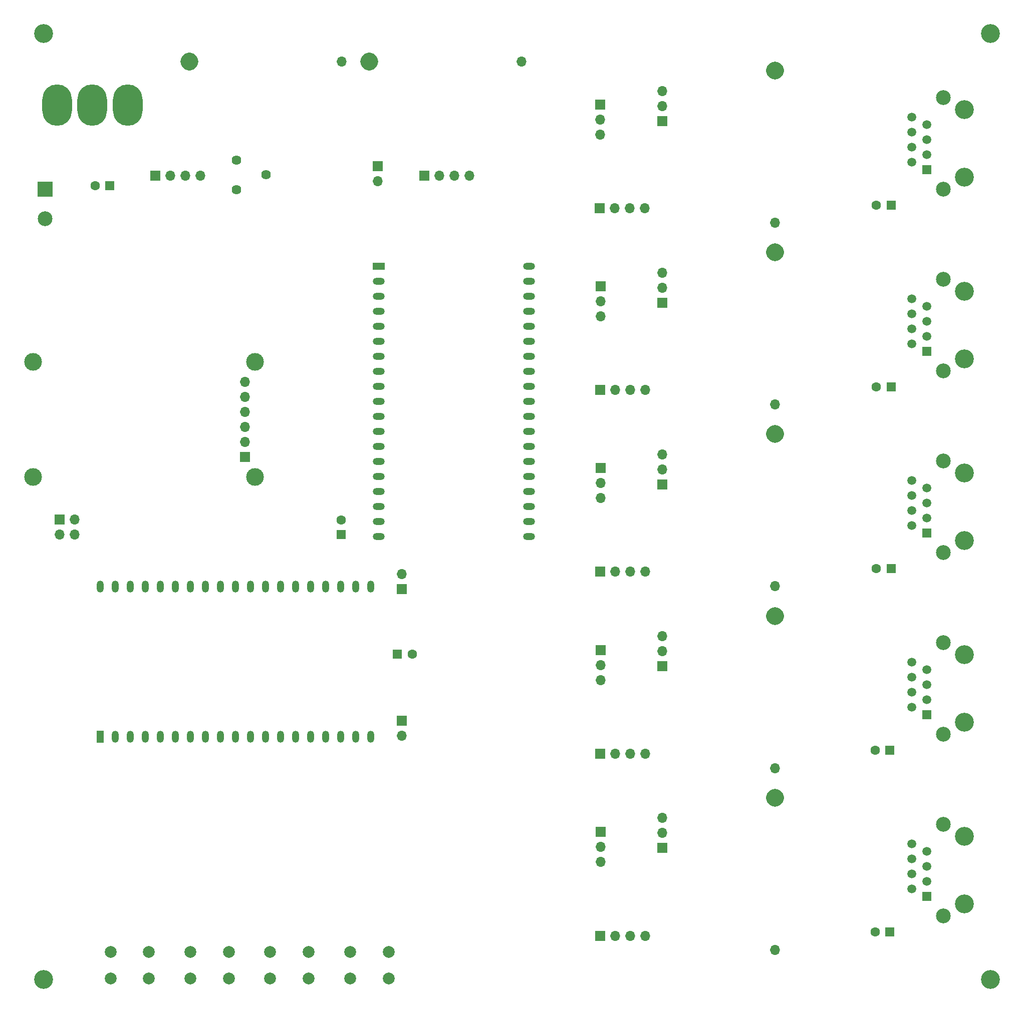
<source format=gbs>
G04 #@! TF.GenerationSoftware,KiCad,Pcbnew,7.0.7*
G04 #@! TF.CreationDate,2024-01-31T17:57:02+01:00*
G04 #@! TF.ProjectId,AudioController,41756469-6f43-46f6-9e74-726f6c6c6572,V1.0*
G04 #@! TF.SameCoordinates,Original*
G04 #@! TF.FileFunction,Soldermask,Bot*
G04 #@! TF.FilePolarity,Negative*
%FSLAX46Y46*%
G04 Gerber Fmt 4.6, Leading zero omitted, Abs format (unit mm)*
G04 Created by KiCad (PCBNEW 7.0.7) date 2024-01-31 17:57:02*
%MOMM*%
%LPD*%
G01*
G04 APERTURE LIST*
G04 Aperture macros list*
%AMFreePoly0*
4,1,39,0.368228,1.454100,0.602543,1.373660,0.820422,1.255750,1.015922,1.103586,1.183711,0.921319,1.319211,0.713921,1.418726,0.487049,1.479542,0.246892,1.500000,0.000000,1.479542,-0.246892,1.418726,-0.487049,1.319211,-0.713921,1.183711,-0.921319,1.015922,-1.103586,0.820422,-1.255750,0.602543,-1.373660,0.368228,-1.454100,0.123869,-1.494877,-0.123869,-1.494877,-0.368228,-1.454100,
-0.602543,-1.373660,-0.820422,-1.255750,-1.015922,-1.103586,-1.183711,-0.921319,-1.319211,-0.713921,-1.418726,-0.487049,-1.479542,-0.246892,-1.500000,0.000000,-1.479542,0.246892,-1.418726,0.487049,-1.319211,0.713921,-1.183711,0.921319,-1.015922,1.103586,-0.820422,1.255750,-0.602543,1.373660,-0.368228,1.454100,-0.123869,1.494877,0.123869,1.494877,0.368228,1.454100,0.368228,1.454100,
$1*%
G04 Aperture macros list end*
%ADD10R,1.700000X1.700000*%
%ADD11O,1.700000X1.700000*%
%ADD12C,3.200000*%
%ADD13R,1.500000X1.500000*%
%ADD14C,1.500000*%
%ADD15C,2.500000*%
%ADD16FreePoly0,270.000000*%
%ADD17R,1.600000X1.600000*%
%ADD18C,1.600000*%
%ADD19FreePoly0,180.000000*%
%ADD20R,2.500000X2.500000*%
%ADD21C,2.000000*%
%ADD22R,2.000000X1.200000*%
%ADD23O,2.000000X1.200000*%
%ADD24R,1.200000X2.000000*%
%ADD25O,1.200000X2.000000*%
%ADD26C,3.000000*%
%ADD27O,5.000000X7.000000*%
%ADD28C,1.620000*%
G04 APERTURE END LIST*
D10*
X191500000Y-80460000D03*
D11*
X191500000Y-83000000D03*
D12*
X290625000Y-82285000D03*
X290625000Y-70855000D03*
D13*
X284275000Y-81015000D03*
D14*
X281735000Y-79745000D03*
X284275000Y-78475000D03*
X281735000Y-77205000D03*
X284275000Y-75935000D03*
X281735000Y-74665000D03*
X284275000Y-73395000D03*
X281735000Y-72125000D03*
D15*
X287069000Y-84317000D03*
X287069000Y-68823000D03*
D11*
X215784000Y-62750000D03*
D16*
X190034000Y-62750000D03*
D17*
X278250000Y-87000000D03*
D18*
X275750000Y-87000000D03*
D17*
X146205113Y-83750000D03*
D18*
X143705113Y-83750000D03*
D10*
X229005000Y-87535000D03*
D11*
X231545000Y-87535000D03*
X234085000Y-87535000D03*
X236625000Y-87535000D03*
D10*
X137710000Y-140210000D03*
D11*
X140250000Y-140210000D03*
X137710000Y-142750000D03*
X140250000Y-142750000D03*
X258625000Y-120733000D03*
D19*
X258625000Y-94983000D03*
D20*
X135250000Y-84285000D03*
D15*
X135250000Y-89285000D03*
D21*
X173300000Y-213350000D03*
X179800000Y-213350000D03*
X173300000Y-217850000D03*
X179800000Y-217850000D03*
D10*
X229085000Y-149035000D03*
D11*
X231625000Y-149035000D03*
X234165000Y-149035000D03*
X236705000Y-149035000D03*
D10*
X195500000Y-174225000D03*
D11*
X195500000Y-176765000D03*
X258625000Y-213031000D03*
D19*
X258625000Y-187281000D03*
D11*
X258625000Y-182271000D03*
D19*
X258625000Y-156521000D03*
D22*
X191600000Y-97395000D03*
D23*
X191600000Y-99935000D03*
X191600000Y-102475000D03*
X191600000Y-105015000D03*
X191600000Y-107555000D03*
X191600000Y-110095000D03*
X191600000Y-112635000D03*
X191600000Y-115175000D03*
X191600000Y-117715000D03*
X191600000Y-120255000D03*
X191600000Y-122795000D03*
X191600000Y-125335000D03*
X191600000Y-127875000D03*
X191600000Y-130415000D03*
X191600000Y-132955000D03*
X191600000Y-135495000D03*
X191600000Y-138035000D03*
X191600000Y-140575000D03*
X191600000Y-143115000D03*
X216996320Y-143112280D03*
X216996320Y-140572280D03*
X217000000Y-138035000D03*
X217000000Y-135495000D03*
X217000000Y-132955000D03*
X217000000Y-130415000D03*
X217000000Y-127875000D03*
X217000000Y-125335000D03*
X217000000Y-122795000D03*
X217000000Y-120255000D03*
X217000000Y-117715000D03*
X217000000Y-115175000D03*
X217000000Y-112635000D03*
X217000000Y-110095000D03*
X217000000Y-107555000D03*
X217000000Y-105015000D03*
X217000000Y-102475000D03*
X217000000Y-99935000D03*
X217000000Y-97395000D03*
D10*
X239569000Y-72782000D03*
D11*
X239569000Y-70242000D03*
X239569000Y-67702000D03*
D12*
X290625000Y-113035000D03*
X290625000Y-101605000D03*
D13*
X284275000Y-111765000D03*
D14*
X281735000Y-110495000D03*
X284275000Y-109225000D03*
X281735000Y-107955000D03*
X284275000Y-106685000D03*
X281735000Y-105415000D03*
X284275000Y-104145000D03*
X281735000Y-102875000D03*
D15*
X287069000Y-115067000D03*
X287069000Y-99573000D03*
D10*
X229125000Y-100705000D03*
D11*
X229125000Y-103245000D03*
X229125000Y-105785000D03*
D12*
X290625000Y-174465000D03*
X290625000Y-163035000D03*
D13*
X284275000Y-173195000D03*
D14*
X281735000Y-171925000D03*
X284275000Y-170655000D03*
X281735000Y-169385000D03*
X284275000Y-168115000D03*
X281735000Y-166845000D03*
X284275000Y-165575000D03*
X281735000Y-164305000D03*
D15*
X287069000Y-176497000D03*
X287069000Y-161003000D03*
D10*
X229085000Y-179855000D03*
D11*
X231625000Y-179855000D03*
X234165000Y-179855000D03*
X236705000Y-179855000D03*
D10*
X153880000Y-82000000D03*
D11*
X156420000Y-82000000D03*
X158960000Y-82000000D03*
X161500000Y-82000000D03*
D24*
X144596560Y-176950000D03*
D25*
X147136560Y-176950000D03*
X149676560Y-176950000D03*
X152216560Y-176950000D03*
X154756560Y-176950000D03*
X157296560Y-176950000D03*
X159836560Y-176950000D03*
X162376560Y-176950000D03*
X164916560Y-176950000D03*
X167456560Y-176950000D03*
X169996560Y-176950000D03*
X172536560Y-176950000D03*
X175076560Y-176950000D03*
X177616560Y-176950000D03*
X180156560Y-176950000D03*
X182696560Y-176950000D03*
X185236560Y-176950000D03*
X187776560Y-176950000D03*
X190316560Y-176950000D03*
X190313840Y-151553680D03*
X187773840Y-151553680D03*
X185236560Y-151550000D03*
X182696560Y-151550000D03*
X180156560Y-151550000D03*
X177616560Y-151550000D03*
X175076560Y-151550000D03*
X172536560Y-151550000D03*
X169996560Y-151550000D03*
X167456560Y-151550000D03*
X164916560Y-151550000D03*
X162376560Y-151550000D03*
X159836560Y-151550000D03*
X157296560Y-151550000D03*
X154756560Y-151550000D03*
X152216560Y-151550000D03*
X149676560Y-151550000D03*
X147136560Y-151550000D03*
X144596560Y-151550000D03*
D21*
X159800000Y-213350000D03*
X166300000Y-213350000D03*
X159800000Y-217850000D03*
X166300000Y-217850000D03*
X186800000Y-213350000D03*
X193300000Y-213350000D03*
X186800000Y-217850000D03*
X193300000Y-217850000D03*
X146300000Y-213350000D03*
X152800000Y-213350000D03*
X146300000Y-217850000D03*
X152800000Y-217850000D03*
D17*
X278000000Y-179250000D03*
D18*
X275500000Y-179250000D03*
D10*
X229125000Y-131455000D03*
D11*
X229125000Y-133995000D03*
X229125000Y-136535000D03*
D17*
X278250000Y-148500000D03*
D18*
X275750000Y-148500000D03*
D12*
X295000000Y-58000000D03*
X295000000Y-218000000D03*
D17*
X278250000Y-117750000D03*
D18*
X275750000Y-117750000D03*
D10*
X229085000Y-118285000D03*
D11*
X231625000Y-118285000D03*
X234165000Y-118285000D03*
X236705000Y-118285000D03*
X258625000Y-89983000D03*
D19*
X258625000Y-64233000D03*
D12*
X135000000Y-218000000D03*
D10*
X199380000Y-82000000D03*
D11*
X201920000Y-82000000D03*
X204460000Y-82000000D03*
X207000000Y-82000000D03*
D10*
X195500000Y-152000000D03*
D11*
X195500000Y-149460000D03*
D10*
X229085000Y-210615000D03*
D11*
X231625000Y-210615000D03*
X234165000Y-210615000D03*
X236705000Y-210615000D03*
D10*
X229125000Y-162275000D03*
D11*
X229125000Y-164815000D03*
X229125000Y-167355000D03*
D12*
X135000000Y-58000000D03*
D10*
X239569000Y-103572000D03*
D11*
X239569000Y-101032000D03*
X239569000Y-98492000D03*
D12*
X290625000Y-205250000D03*
X290625000Y-193820000D03*
D13*
X284275000Y-203980000D03*
D14*
X281735000Y-202710000D03*
X284275000Y-201440000D03*
X281735000Y-200170000D03*
X284275000Y-198900000D03*
X281735000Y-197630000D03*
X284275000Y-196360000D03*
X281735000Y-195090000D03*
D15*
X287069000Y-207282000D03*
X287069000Y-191788000D03*
D26*
X170750000Y-133000000D03*
X170750000Y-113500000D03*
X133250000Y-133000000D03*
X133250000Y-113500000D03*
D10*
X169000000Y-129600000D03*
D11*
X169000000Y-127060000D03*
X169000000Y-124520000D03*
X169000000Y-121980000D03*
X169000000Y-119440000D03*
X169000000Y-116900000D03*
D17*
X278000000Y-210000000D03*
D18*
X275500000Y-210000000D03*
D12*
X290625000Y-143750000D03*
X290625000Y-132320000D03*
D13*
X284275000Y-142480000D03*
D14*
X281735000Y-141210000D03*
X284275000Y-139940000D03*
X281735000Y-138670000D03*
X284275000Y-137400000D03*
X281735000Y-136130000D03*
X284275000Y-134860000D03*
X281735000Y-133590000D03*
D15*
X287069000Y-145782000D03*
X287069000Y-130288000D03*
D10*
X239569000Y-165032000D03*
D11*
X239569000Y-162492000D03*
X239569000Y-159952000D03*
D27*
X137300000Y-70100000D03*
X143200000Y-70100000D03*
X149200000Y-70100000D03*
D28*
X167550000Y-84400000D03*
X172550000Y-81900000D03*
X167550000Y-79400000D03*
D17*
X194794887Y-163000000D03*
D18*
X197294887Y-163000000D03*
D10*
X229125000Y-193035000D03*
D11*
X229125000Y-195575000D03*
X229125000Y-198115000D03*
D17*
X185250000Y-142750000D03*
D18*
X185250000Y-140250000D03*
D10*
X239569000Y-195782000D03*
D11*
X239569000Y-193242000D03*
X239569000Y-190702000D03*
X185400000Y-62700000D03*
D16*
X159650000Y-62700000D03*
D10*
X229085000Y-70010000D03*
D11*
X229085000Y-72550000D03*
X229085000Y-75090000D03*
X258625000Y-151483000D03*
D19*
X258625000Y-125733000D03*
D10*
X239569000Y-134282000D03*
D11*
X239569000Y-131742000D03*
X239569000Y-129202000D03*
M02*

</source>
